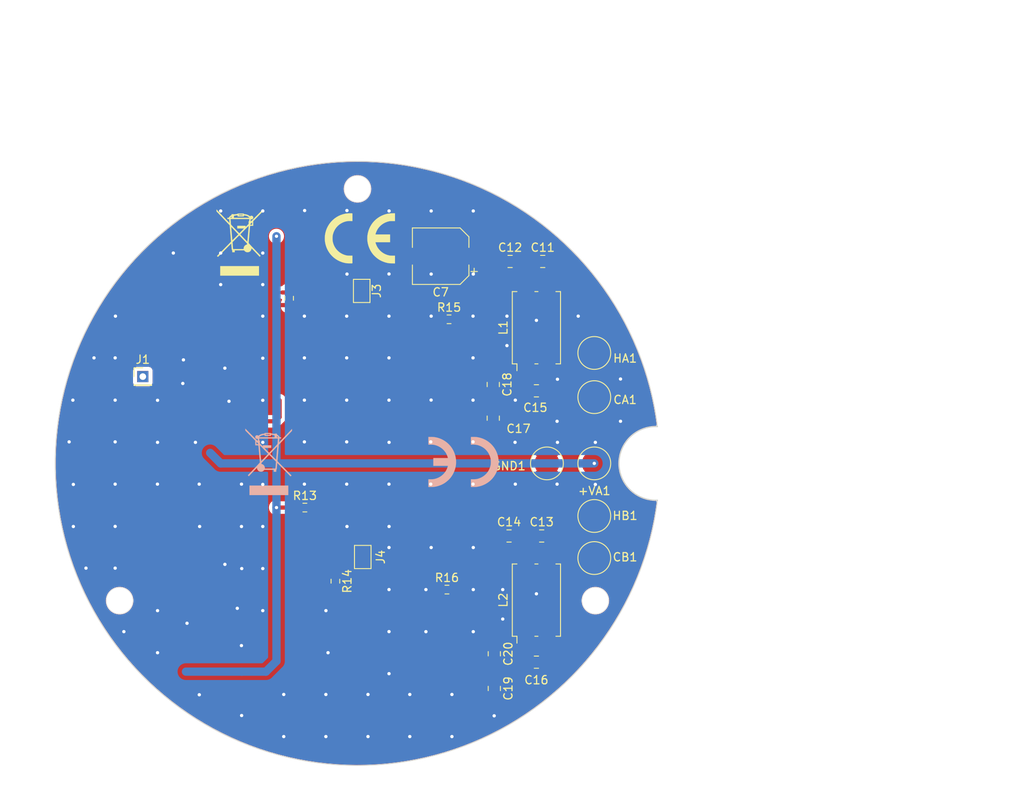
<source format=kicad_pcb>
(kicad_pcb (version 20221018) (generator pcbnew)

  (general
    (thickness 1.09)
  )

  (paper "A4")
  (layers
    (0 "F.Cu" signal)
    (31 "B.Cu" signal)
    (32 "B.Adhes" user "B.Adhesive")
    (33 "F.Adhes" user "F.Adhesive")
    (34 "B.Paste" user)
    (35 "F.Paste" user)
    (36 "B.SilkS" user "B.Silkscreen")
    (37 "F.SilkS" user "F.Silkscreen")
    (38 "B.Mask" user)
    (39 "F.Mask" user)
    (41 "Cmts.User" user "User.Comments")
    (42 "Eco1.User" user "User.Eco1")
    (43 "Eco2.User" user "User.Eco2")
    (44 "Edge.Cuts" user)
    (45 "Margin" user)
    (46 "B.CrtYd" user "B.Courtyard")
    (47 "F.CrtYd" user "F.Courtyard")
    (48 "B.Fab" user)
    (49 "F.Fab" user)
  )

  (setup
    (stackup
      (layer "F.SilkS" (type "Top Silk Screen"))
      (layer "F.Paste" (type "Top Solder Paste"))
      (layer "F.Mask" (type "Top Solder Mask") (thickness 0.01))
      (layer "F.Cu" (type "copper") (thickness 0.035))
      (layer "dielectric 1" (type "core") (thickness 1 locked) (material "FR4") (epsilon_r 4.5) (loss_tangent 0.02))
      (layer "B.Cu" (type "copper") (thickness 0.035))
      (layer "B.Mask" (type "Bottom Solder Mask") (thickness 0.01))
      (layer "B.Paste" (type "Bottom Solder Paste"))
      (layer "B.SilkS" (type "Bottom Silk Screen"))
      (copper_finish "None")
      (dielectric_constraints no)
    )
    (pad_to_mask_clearance 0.05)
    (grid_origin 156.20338 106.68)
    (pcbplotparams
      (layerselection 0x0000020_7ffffffe)
      (plot_on_all_layers_selection 0x0000020_00000000)
      (disableapertmacros false)
      (usegerberextensions false)
      (usegerberattributes true)
      (usegerberadvancedattributes true)
      (creategerberjobfile true)
      (dashed_line_dash_ratio 12.000000)
      (dashed_line_gap_ratio 3.000000)
      (svgprecision 6)
      (plotframeref false)
      (viasonmask false)
      (mode 1)
      (useauxorigin false)
      (hpglpennumber 1)
      (hpglpenspeed 20)
      (hpglpendiameter 15.000000)
      (dxfpolygonmode true)
      (dxfimperialunits false)
      (dxfusepcbnewfont true)
      (psnegative false)
      (psa4output false)
      (plotreference true)
      (plotvalue true)
      (plotinvisibletext false)
      (sketchpadsonfab false)
      (subtractmaskfromsilk false)
      (outputformat 3)
      (mirror false)
      (drillshape 0)
      (scaleselection 1)
      (outputdirectory "SILKSCREEN")
    )
  )

  (net 0 "")
  (net 1 "Net-(J1-Pin_1)")
  (net 2 "GNDPWR")
  (net 3 "VDD")
  (net 4 "Net-(C13-Pad2)")
  (net 5 "Net-(C16-Pad2)")
  (net 6 "Net-(C14-Pad1)")
  (net 7 "Net-(C16-Pad1)")
  (net 8 "Net-(Q11-G)")
  (net 9 "Net-(Q1-S)")
  (net 10 "Net-(C15-Pad1)")
  (net 11 "Net-(C12-Pad1)")
  (net 12 "Net-(J3-Pin_2)")
  (net 13 "Net-(J4-Pin_2)")
  (net 14 "Net-(Q11-D)")
  (net 15 "Net-(Q12-D)")
  (net 16 "Net-(C11-Pad2)")
  (net 17 "Net-(J3-Pin_1)")
  (net 18 "Net-(J4-Pin_1)")
  (net 19 "Net-(C15-Pad2)")
  (net 20 "Net-(C8-Pad1)")
  (net 21 "Net-(C10-Pad1)")

  (footprint "Tormy PAD:A_layer_PAD_Round_3mm" (layer "F.Cu") (at 184.785 118.11))

  (footprint "Jumper:SolderJumper-2_P1.3mm_Open_TrianglePad1.0x1.5mm" (layer "F.Cu") (at 156.718 85.852 -90))

  (footprint "Capacitor_SMD:C_0805_2012Metric" (layer "F.Cu") (at 172.593 97.155 -90))

  (footprint "Capacitor_SMD:C_0805_2012Metric" (layer "F.Cu") (at 178.435 115.443))

  (footprint "Capacitor_SMD:C_0805_2012Metric" (layer "F.Cu") (at 172.593 101.219 -90))

  (footprint "Tormy INDUCTORS & TRANSFORMERS:L_CommonMode_TDK_B82793C0_S0" (layer "F.Cu") (at 177.8 90.297 90))

  (footprint "Symbol:WEEE-Logo_5.6x8mm_SilkScreen" (layer "F.Cu") (at 142 80))

  (footprint "Capacitor_SMD:C_0805_2012Metric" (layer "F.Cu") (at 172.72 129.667 -90))

  (footprint "Jumper:SolderJumper-2_P1.3mm_Open_TrianglePad1.0x1.5mm" (layer "F.Cu") (at 156.845 117.983 -90))

  (footprint "Resistor_SMD:R_0603_1608Metric" (layer "F.Cu") (at 167.005 121.92))

  (footprint "Connector_PinHeader_2.00mm:PinHeader_1x01_P2.00mm_Vertical" (layer "F.Cu") (at 130.302 96.2))

  (footprint "Resistor_SMD:R_0603_1608Metric" (layer "F.Cu") (at 149.86 112.014))

  (footprint "Resistor_SMD:R_0603_1608Metric" (layer "F.Cu") (at 167.259 89.281))

  (footprint "Capacitor_SMD:C_0805_2012Metric" (layer "F.Cu") (at 174.625 82.296))

  (footprint "Tormy PAD:A_layer_PAD_Round_3mm" (layer "F.Cu") (at 184.785 93.345))

  (footprint "Capacitor_SMD:CP_Elec_6.3x7.7" (layer "F.Cu") (at 166.243 81.661 180))

  (footprint "Resistor_SMD:R_0603_1608Metric" (layer "F.Cu") (at 153.543 120.904 -90))

  (footprint "Tormy PAD:A_layer_PAD_Round_3mm" (layer "F.Cu") (at 184.785 106.68))

  (footprint "Capacitor_SMD:C_0805_2012Metric" (layer "F.Cu") (at 174.498 115.443))

  (footprint "Tormy PAD:A_layer_PAD_Round_3mm" (layer "F.Cu") (at 179.07 106.68))

  (footprint "Tormy PAD:A_layer_PAD_Round_3mm" (layer "F.Cu") (at 184.785 113.03))

  (footprint "Symbol:CE-Logo_8.5x6mm_SilkScreen" (layer "F.Cu") (at 156.5 79.5))

  (footprint "Tormy PAD:A_layer_PAD_Round_3mm" (layer "F.Cu") (at 184.785 98.679))

  (footprint "Capacitor_SMD:C_0805_2012Metric" (layer "F.Cu") (at 177.8 130.683))

  (footprint "Capacitor_SMD:C_0805_2012Metric" (layer "F.Cu") (at 177.8 97.917))

  (footprint "Capacitor_SMD:C_0805_2012Metric" (layer "F.Cu") (at 172.72 133.858 -90))

  (footprint "Tormy INDUCTORS & TRANSFORMERS:L_CommonMode_TDK_B82793C0_S0" (layer "F.Cu") (at 177.8 123.19 90))

  (footprint "Capacitor_SMD:C_0805_2012Metric" (layer "F.Cu") (at 178.562 82.296))

  (footprint "Resistor_SMD:R_0603_1608Metric" (layer "F.Cu") (at 147.955 86.741 -90))

  (footprint "Symbol:CE-Logo_8.5x6mm_SilkScreen" (layer "B.Cu") (at 169 106.5 180))

  (footprint "Symbol:WEEE-Logo_5.6x8mm_SilkScreen" (layer "B.Cu") (at 145.5 106.5 180))

  (gr_circle locked (center 127.503856 123.2535) (end 129.103856 123.2535)
    (stroke (width 0.05) (type solid)) (fill none) (layer "Edge.Cuts") (tstamp 00000000-0000-0000-0000-0000612e95cc))
  (gr_circle locked (center 184.916144 123.2535) (end 186.516144 123.2535)
    (stroke (width 0.05) (type solid)) (fill none) (layer "Edge.Cuts") (tstamp 00000000-0000-0000-0000-0000612e95ce))
  (gr_arc (start 192.405 111.125) (mid 187.765319 106.68) (end 192.405 102.235)
    (stroke (width 0.15) (type solid)) (layer "Edge.Cuts") (tstamp 00000000-0000-0000-0000-00006165cc46))
  (gr_arc locked (start 192.405 111.125) (mid 119.729894 106.68) (end 192.405 102.235)
    (stroke (width 0.1) (type solid)) (layer "Edge.Cuts") (tstamp 6cb596b4-fcd2-4ab2-882f-85c54cf49c6f))
  (gr_circle locked (center 156.21 73.533) (end 157.81 73.533)
    (stroke (width 0.05) (type solid)) (fill none) (layer "Edge.Cuts") (tstamp f67bbef3-6f59-49ba-8890-d1f9dc9f9ad6))
  (gr_line (start 156.2065 66.96075) (end 156.2065 146.90725)
    (stroke (width 0.05) (type solid)) (layer "F.CrtYd") (tstamp 082aed28-f9e8-49e7-96ee-b5aa9f0319c7))
  (gr_line (start 198.12 106.68) (end 113.0935 106.68)
    (stroke (width 0.05) (type solid)) (layer "F.CrtYd") (tstamp 10b20c6b-8045-46d1-a965-0d7dd9a1b5fa))
  (gr_circle (center 156.2065 106.553) (end 194.7065 106.553)
    (stroke (width 0.05) (type solid)) (fill none) (layer "F.CrtYd") (tstamp fe6d9604-2924-4f38-950b-a31e8a281973))
  (dimension (type aligned) (layer "Dwgs.User") (tstamp b8c8c7a1-d546-4878-9de9-463ec76dff98)
    (pts (xy 177.8 109.22) (xy 177.8 50.8))
    (height 0)
    (gr_text "58.4200 mm" (at 176.65 80.01 90) (layer "Dwgs.User") (tstamp b8c8c7a1-d546-4878-9de9-463ec76dff98)
      (effects (font (size 1 1) (thickness 0.15)))
    )
    (format (prefix "") (suffix "") (units 2) (units_format 1) (precision 4))
    (style (thickness 0.15) (arrow_length 1.27) (text_position_mode 0) (extension_height 0.58642) (extension_offset 0) keep_text_aligned)
  )
  (dimension (type aligned) (layer "Dwgs.User") (tstamp bf6104a1-a529-4c00-b4ae-92001543f7ec)
    (pts (xy 178.562 106.172) (xy 177.8 109.22))
    (height -0.184811)
    (gr_text "3.1418 mm" (at 177.244629 107.461907 75.96375653) (layer "Dwgs.User") (tstamp bf6104a1-a529-4c00-b4ae-92001543f7ec)
      (effects (font (size 1 1) (thickness 0.15)))
    )
    (format (prefix "") (suffix "") (units 2) (units_format 1) (precision 4))
    (style (thickness 0.15) (arrow_length 1.27) (text_position_mode 0) (extension_height 0.58642) (extension_offset 0) keep_text_aligned)
  )
  (dimension (type aligned) (layer "Dwgs.User") (tstamp f503ea07-bcf1-4924-930a-6f7e9cd312f8)
    (pts (xy 234.95 56.896) (xy 231.14 50.8))
    (height -2.153914)
    (gr_text "7.1887 mm" (at 232.193683 54.380073 -57.99461679) (layer "Dwgs.User") (tstamp f503ea07-bcf1-4924-930a-6f7e9cd312f8)
      (effects (font (size 1 1) (thickness 0.15)))
    )
    (format (prefix "") (suffix "") (units 2) (units_format 1) (precision 4))
    (style (thickness 0.15) (arrow_length 1.27) (text_position_mode 0) (extension_height 0.58642) (extension_offset 0) keep_text_aligned)
  )
  (dimension (type orthogonal) (layer "Eco1.User") (tstamp a2594e79-98fe-4bc3-bc26-ef148c8467f8)
    (pts (xy 156.4 143.2) (xy 156 70.2))
    (height 56.4)
    (orientation 1)
    (gr_text "73.0000 mm" (at 211.65 106.7 90) (layer "Eco1.User") (tstamp a2594e79-98fe-4bc3-bc26-ef148c8467f8)
      (effects (font (size 1 1) (thickness 0.15)))
    )
    (format (prefix "") (suffix "") (units 3) (units_format 1) (precision 4))
    (style (thickness 0.1) (arrow_length 1.27) (text_position_mode 0) (extension_height 0.58642) (extension_offset 0.5) keep_text_aligned)
  )

  (via (at 154.94 114.3) (size 0.8) (drill 0.4) (layers "F.Cu" "B.Cu") (free) (net 2) (tstamp 01effde0-00be-4c57-811e-1052eb919ac1))
  (via (at 149.801822 93.93948) (size 0.8) (drill 0.4) (layers "F.Cu" "B.Cu") (free) (net 2) (tstamp 04c7e5fc-46f7-4ba1-9d88-f7f775d52712))
  (via (at 177.8 89.408) (size 0.8) (drill 0.4) (layers "F.Cu" "B.Cu") (free) (net 2) (tstamp 04e06b62-940a-4604-9b15-7ccb7f6b969f))
  (via (at 170.18 116.84) (size 0.8) (drill 0.4) (layers "F.Cu" "B.Cu") (free) (net 2) (tstamp 05ac061c-dce0-49ba-8147-10ed1b5ab88e))
  (via (at 135.128 97.028) (size 0.8) (drill 0.4) (layers "F.Cu" "B.Cu") (free) (net 2) (tstamp 073115fe-ae8c-4b49-8f88-ac6b1f235e02))
  (via (at 175.254387 109.185502) (size 0.8) (drill 0.4) (layers "F.Cu" "B.Cu") (free) (net 2) (tstamp 09b1d05c-45db-4f82-846a-0822a62adc17))
  (via (at 160.008364 93.93948) (size 0.8) (drill 0.4) (layers "F.Cu" "B.Cu") (free) (net 2) (tstamp 0c947297-a17f-482d-84d1-f29958328785))
  (via (at 126.964683 93.93948) (size 0.8) (drill 0.4) (layers "F.Cu" "B.Cu") (free) (net 2) (tstamp 0ce6d2d5-61bb-40fd-b9a3-c060b1a7ec1c))
  (via (at 154.905093 109.185502) (size 0.8) (drill 0.4) (layers "F.Cu" "B.Cu") (free) (net 2) (tstamp 0d832aae-0c4b-4080-b4c7-0d7329702b4f))
  (via (at 154.94 83.82) (size 0.8) (drill 0.4) (layers "F.Cu" "B.Cu") (free) (net 2) (tstamp 131989d7-a1db-4ed4-9574-01d0a4ea200c))
  (via (at 160.013609 121.916165) (size 0.8) (drill 0.4) (layers "F.Cu" "B.Cu") (free) (net 2) (tstamp 13ae299c-3501-4440-9cc6-7baa55c586f9))
  (via (at 160.02 114.3) (size 0.8) (drill 0.4) (layers "F.Cu" "B.Cu") (free) (net 2) (tstamp 14d6d401-a404-4c2f-a8da-d54e532483d5))
  (via (at 187.948774 101.594387) (size 0.8) (drill 0.4) (layers "F.Cu" "B.Cu") (free) (net 2) (tstamp 169801a8-56be-4d29-873d-5df0dfebf55b))
  (via (at 121.861412 99.042751) (size 0.8) (drill 0.4) (layers "F.Cu" "B.Cu") (free) (net 2) (tstamp 17b7693d-45df-4be3-952d-ad496598d5eb))
  (via (at 157.476518 134.582026) (size 0.8) (drill 0.4) (layers "F.Cu" "B.Cu") (free) (net 2) (tstamp 1858649d-3564-4306-b3ba-62004bdfdb9c))
  (via (at 144.78 114.3) (size 0.8) (drill 0.4) (layers "F.Cu" "B.Cu") (free) (net 2) (tstamp 185e829f-2552-4105-840f-92799e71a280))
  (via (at 170.151115 104.082231) (size 0.8) (drill 0.4) (layers "F.Cu" "B.Cu") (free) (net 2) (tstamp 1ad2aac7-a1f7-46fc-b12f-e8165811606d))
  (via (at 140.70338 99.18) (size 0.8) (drill 0.4) (layers "F.Cu" "B.Cu") (free) (net 2) (tstamp 1d5fcf83-ec97-4e41-8dd8-7b85134f061c))
  (via (at 142.208249 114.3) (size 0.8) (drill 0.4) (layers "F.Cu" "B.Cu") (free) (net 2) (tstamp 1e7dd25a-51dc-45de-b620-de765813df30))
  (via (at 167.603766 134.582026) (size 0.8) (drill 0.4) (layers "F.Cu" "B.Cu") (free) (net 2) (tstamp 211b4df6-519a-435d-8104-c6c6f55b5317))
  (via (at 165.1 83.82) (size 0.8) (drill 0.4) (layers "F.Cu" "B.Cu") (free) (net 2) (tstamp 21e8feb0-1628-4caf-bb36-e985889fdc12))
  (via (at 126.964683 104.082231) (size 0.8) (drill 0.4) (layers "F.Cu" "B.Cu") (free) (net 2) (tstamp 249a1a0b-52d8-48f3-9059-65666187508e))
  (via (at 160.013609 132.071052) (size 0.8) (drill 0.4) (layers "F.Cu" "B.Cu") (free) (net 2) (tstamp 29b95dfc-2a47-4ebc-9445-6b455387f883))
  (via (at 180.34 104.14) (size 0.8) (drill 0.4) (layers "F.Cu" "B.Cu") (free) (net 2) (tstamp 2c43ab6d-c70d-421b-b0f5-2c1a081da746))
  (via (at 165.092832 99.032217) (size 0.8) (drill 0.4) (layers "F.Cu" "B.Cu") (free) (net 2) (tstamp 2c7388cd-06d0-498f-a68d-2883789d3783))
  (via (at 127 88.9) (size 0.8) (drill 0.4) (layers "F.Cu" "B.Cu") (free) (net 2) (tstamp 2ee0517f-5409-4171-a3f0-2454f6a1e2a0))
  (via (at 137.117544 134.616895) (size 0.8) (drill 0.4) (layers "F.Cu" "B.Cu") (free) (net 2) (tstamp 2fc708ed-e882-4d51-bade-fd50737c410b))
  (via (at 170.151115 99.042751) (size 0.8) (drill 0.4) (layers "F.Cu" "B.Cu") (free) (net 2) (tstamp 330b4c82-0cac-4a77-9a92-c018cc180d57))
  (via (at 139.7 85.09) (size 0.8) (drill 0.4) (layers "F.Cu" "B.Cu") (free) (net 2) (tstamp 3632fdce-08c8-42e5-b9d6-4604f78cc098))
  (via (at 147.309554 139.665507) (size 0.8) (drill 0.4) (layers "F.Cu" "B.Cu") (free) (net 2) (tstamp 375bea20-9711-4b1e-98af-33d52b1587dc))
  (via (at 170.18 121.92) (size 0.8) (drill 0.4) (layers "F.Cu" "B.Cu") (free) (net 2) (tstamp 37c777d2-af91-47f6-a159-52e5ceef6991))
  (via (at 177.8 122.428) (size 0.8) (drill 0.4) (layers "F.Cu" "B.Cu") (free) (net 2) (tstamp 381c8ff2-81b6-493f-8f67-920716d2cbe9))
  (via (at 147.309554 134.582026) (size 0.8) (drill 0.4) (layers "F.Cu" "B.Cu") (free) (net 2) (tstamp 3ad95c35-fbeb-4861-8a1a-20d85cefaf0b))
  (via (at 128.016 126.996518) (size 0.8) (drill 0.4) (layers "F.Cu" "B.Cu") (free) (net 2) (tstamp 3aeeef87-5aa5-4a90-9e30-f052002e28c4))
  (via (at 149.801822 109.185502) (size 0.8) (drill 0.4) (layers "F.Cu" "B.Cu") (free) (net 2) (tstamp 3ba1c0d2-efdf-4bd3-9c96-98d94bdd18d0))
  (via (at 160.013609 126.993609) (size 0.8) (drill 0.4) (layers "F.Cu" "B.Cu") (free) (net 2) (tstamp 3dec31cb-5c38-404e-ac32-445fbb97b0ec))
  (via (at 160.008364 99.042751) (size 0.8) (drill 0.4) (layers "F.Cu" "B.Cu") (free) (net 2) (tstamp 3f840ba8-88b8-4fc1-9c5c-292bbf94852b))
  (via (at 124.413047 93.93948) (size 0.8) (drill 0.4) (layers "F.Cu" "B.Cu") (free) (net 2) (tstamp 408ac733-2b8d-46b8-8fa4-ed51aa127340))
  (via (at 174.244 92.456) (size 0.8) (drill 0.4) (layers "F.Cu" "B.Cu") (free) (net 2) (tstamp 427272ad-4317-44f2-99af-9df8eb1f8c9c))
  (via (at 142.20338 128.68) (size 0.8) (drill 0.4) (layers "F.Cu" "B.Cu") (free) (net 2) (tstamp 457008b2-ca58-41eb-aecf-a483eaf71390))
  (via (at 152.654 129.54) (size 0.8) (drill 0.4) (layers "F.Cu" "B.Cu") (free) (net 2) (tstamp 49fa0954-cacc-439c-be2f-4ef700818bf4))
  (via (at 126.964683 119.328254) (size 0.8) (drill 0.4) (layers "F.Cu" "B.Cu") (free) (net 2) (tstamp 4c0c0dcc-c889-4880-99d8-4d58a3ece75d))
  (via (at 144.78 76.2) (size 0.8) (drill 0.4) (layers "F.Cu" "B.Cu") (free) (net 2) (tstamp 4cbbe3f1-88b5-4cc6-82cb-6fb8d843e93e))
  (via (at 174.244 88.9) (size 0.8) (drill 0.4) (layers "F.Cu" "B.Cu") (free) (net 2) (tstamp 4fa984c0-633e-4d76-9754-e1e68030fd70))
  (via (at 165.047844 104.082231) (size 0.8) (drill 0.4) (layers "F.Cu" "B.Cu") (free) (net 2) (tstamp 4ffbfd93-e0a5-442f-a7ea-86b309f8b74b))
  (via (at 173.736 125.476) (size 0.8) (drill 0.4) (layers "F.Cu" "B.Cu") (free) (net 2) (tstamp 50ff17d0-5012-4e9d-a734-0733c53057ca))
  (via (at 149.801822 99.042751) (size 0.8) (drill 0.4) (layers "F.Cu" "B.Cu") (free) (net 2) (tstamp 52fa014c-a847-46d1-b1de-2ab3a2991c54))
  (via (at 121.92 109.22) (size 0.8) (drill 0.4) (layers "F.Cu" "B.Cu") (free) (net 2) (tstamp 561105c0-e3df-4b9a-b9e7-5f00e10ab031))
  (via (at 132.067954 109.185502) (size 0.8) (drill 0.4) (layers "F.Cu" "B.Cu") (free) (net 2) (tstamp 56146ab9-9624-4991-9a7b-52783dea2c8e))
  (via (at 167.603766 139.665507) (size 0.8) (drill 0.4) (layers "F.Cu" "B.Cu") (free) (net 2) (tstamp 56a78a08-d7b5-4126-adf5-a76832b0c236))
  (via (at 157.476518 139.665507) (size 0.8) (drill 0.4) (layers "F.Cu" "B.Cu") (free) (net 2) (tstamp 57ec59f3-b99a-4c95-983c-8cc00d7b030c))
  (via (at 160.008364 109.185502) (size 0.8) (drill 0.4) (layers "F.Cu" "B.Cu") (free) (net 2) (tstamp 591bc3a2-988b-42c8-83c7-3b75a093f977))
  (via (at 175.254387 99.042751) (size 0.8) (drill 0.4) (layers "F.Cu" "B.Cu") (free) (net 2) (tstamp 5aef1aa9-aeac-45f2-beeb-5e934d8e01e9))
  (via (at 126.964683 99.042751) (size 0.8) (drill 0.4) (layers "F.Cu" "B.Cu") (free) (net 2) (tstamp 5d329c3a-55d3-474a-bcb9-07068f09d82f))
  (via (at 164.465 127) (size 0.8) (drill 0.4) (layers "F.Cu" "B.Cu") (free) (net 2) (tstamp 5ea273c6-bb1d-42f9-b973-15278df457e6))
  (via (at 180.34 96.52) (size 0.8) (drill 0.4) (layers "F.Cu" "B.Cu") (free) (net 2) (tstamp 5ff92a47-2e7c-4cbc-b1b1-8fd03541b882))
  (via (at 144.78 85.09) (size 0.8) (drill 0.4) (layers "F.Cu" "B.Cu") (free) (net 2) (tstamp 61f1f7d0-6f78-4d40-b60a-92e06b5f5cc0))
  (via (at 132.08 99.06) (size 0.8) (drill 0.4) (layers "F.Cu" "B.Cu") (free) (net 2) (tstamp 664ae858-99e4-43f3-999a-4f844143475e))
  (via (at 187.948774 96.491115) (size 0.8) (drill 0.4) (layers "F.Cu" "B.Cu") (free) (net 2) (tstamp 67d5fe9c-c557-4a74-9d72-fa7154d0aa49))
  (via (at 152.4 124.46) (size 0.8) (drill 0.4) (layers "F.Cu" "B.Cu") (free) (net 2) (tstamp 67f0fb9a-0f63-43d9-89e2-b6a97dc8e6af))
  (via (at 140.208 118.872) (size 0.8) (drill 0.4) (layers "F.Cu" "B.Cu") (free) (net 2) (tstamp 6889cce7-7b17-470f-b76d-986ce6db4658))
  (via (at 170.151115 109.185502) (size 0.8) (drill 0.4) (layers "F.Cu" "B.Cu") (free) (net 2) (tstamp 75361fe3-0521-430d-a8f3-de396594940b))
  (via (at 133.985 81.28) (size 0.8) (drill 0.4) (layers "F.Cu" "B.Cu") (free) (net 2) (tstamp 7f64b242-0b48-4176-a29a-55846fc4f11f))
  (via (at 132.08 124.46) (size 0.8) (drill 0.4) (layers "F.Cu" "B.Cu") (free) (net 2) (tstamp 82916c6f-d03a-434a-9a9d-482533ae132e))
  (via (at 144.78 81.28) (size 0.8) (drill 0.4) (layers "F.Cu" "B.Cu") (free) (net 2) (tstamp 88cea2e8-47d6-49e6-a06a-f2c014217a99))
  (via (at 164.465 121.92) (size 0.8) (drill 0.4) (layers "F.Cu" "B.Cu") (free) (net 2) (tstamp 912b8683-efc3-494d-a276-8c3110cc9280))
  (via (at 140.20338 95.18) (size 0.8) (drill 0.4) (layers "F.Cu" "B.Cu") (free) (net 2) (tstamp 9141b796-eca6-44ef-b7ee-75b056b24602))
  (via (at 170.18 127) (size 0.8) (drill 0.4) (layers "F.Cu" "B.Cu") (free) (net 2) (tstamp 92c8e2f7-94f1-477b-8cc0-ca645942763c))
  (via (at 160.02 76.2) (size 0.8) (drill 0.4) (layers "F.Cu" "B.Cu") (free) (net 2) (tstamp 93e67e65-f4b3-425f-80b2-bf2d393b29cb))
  (via (at 142.226073 137.123766) (size 0.8) (drill 0.4) (layers "F.Cu" "B.Cu") (free) (net 2) (tstamp 9ec52ff1-6252-4ccd-956d-b6b4bff7a2aa))
  (via (at 137.16 114.3) (size 0.8) (drill 0.4) (layers "F.Cu" "B.Cu") (free) (net 2) (tstamp a133212b-4ede-4fe9-89c1-db6ffbb2f2e4))
  (via (at 126.964683 114.288774) (size 0.8) (drill 0.4) (layers "F.Cu" "B.Cu") (free) (net 2) (tstamp a175f709-9de2-4c00-a5b4-658d8b0fafb0))
  (via (at 137.107434 109.185502) (size 0.8) (drill 0.4) (layers "F.Cu" "B.Cu") (free) (net 2) (tstamp a372327e-358e-42e2-997f-4bf3ad31741a))
  (via (at 165.1 116.84) (size 0.8) (drill 0.4) (layers "F.Cu" "B.Cu") (free) (net 2) (tstamp aaf61d0d-4428-47d8-b5fe-a7e322dbe7e3))
  (via (at 149.801822 88.899999) (size 0.8) (drill 0.4) (layers "F.Cu" "B.Cu") (free) (net 2) (tstamp ab9c68be-8350-49f5-9856-c10a33cdc81d))
  (via (at 180.293867 101.594387) (size 0.8) (drill 0.4) (layers "F.Cu" "B.Cu") (free) (net 2) (tstamp ad1c678e-485c-4ab2-853d-083b07034a5e))
  (via (at 152.393036 134.582026) (size 0.8) (drill 0.4) (layers "F.Cu" "B.Cu") (free) (net 2) (tstamp b1fe75b4-9a54-4542-82c2-470596f16bdd))
  (via (at 160.02 104.14) (size 0.8) (drill 0.4) (layers "F.Cu" "B.Cu") (free) (net 2) (tstamp b88c2fb8-bcd6-45a2-bf86-034bd33e6bc4))
  (via (at 165.047844 109.185502) (size 0.8) (drill 0.4) (layers "F.Cu" "B.Cu") (free) (net 2) (tstamp b8bf24f7-2764-4268-8061-37deade464fa))
  (via (at 141.70338 124.18) (size 0.8) (drill 0.4) (layers "F.Cu" "B.Cu") (free) (net 2) (tstamp b9f800da-2eef-41fc-a9cc-5d84aeeb9a02))
  (via (at 121.92 114.3) (size 0.8) (drill 0.4) (layers "F.Cu" "B.Cu") (free) (net 2) (tstamp ba596d90-c71b-4f65-8dc0-dce3e1395449))
  (via (at 121.412 104.082231) (size 0.8) (drill 0.4) (layers "F.Cu" "B.Cu") (free) (net 2) (tstamp bad79de2-04cb-4cc5-bf30-9961b7b634e8))
  (via (at 149.831115 76.147844) (size 0.8) (drill 0.4) (layers "F.Cu" "B.Cu") (free) (net 2) (tstamp bbc76065-fe09-41b3-a12a-9ca9a984f826))
  (via (at 144.78 88.9) (size 0.8) (drill 0.4) (layers "F.Cu" "B.Cu") (free) (net 2) (tstamp bc132226-2fe2-4c28-9c67-482abb7babf7))
  (via (at 149.801822 104.082231) (size 0.8) (drill 0.4) (layers "F.Cu" "B.Cu") (free) (net 2) (tstamp bd15f26b-59fe-4247-9fe3-54103e8ff1c8))
  (via (at 132.08 104.14) (size 0.8) (drill 0.4) (layers "F.Cu" "B.Cu") (free) (net 2) (tstamp bd824a2e-3bde-4608-9e14-b8d622dea8e8))
  (via (at 170.151115 93.93948) (size 0.8) (drill 0.4) (layers "F.Cu" "B.Cu") (free) (net 2) (tstamp bdf95302-4632-4208-9204-2744bdb8e6d2))
  (via (at 172.704385 137.159999) (size 0.8) (drill 0.4) (layers "F.Cu" "B.Cu") (free) (net 2) (tstamp bf31af8d-bc5a-4285-b8eb-fa758d4cbfd5))
  (via (at 144.78 124.46) (size 0.8) (drill 0.4) (layers "F.Cu" "B.Cu") (free) (net 2) (tstamp c12bcfd0-f22b-44ee-806d-1ce457b0912f))
  (via (at 139.7 81.28) (size 0.8) (drill 0.4) (layers "F.Cu" "B.Cu") (free) (net 2) (tstamp c13b42ad-d18e-4150-83b4-ce6294a41c55))
  (via (at 126.964683 109.185502) (size 0.8) (drill 0.4) (layers "F.Cu" "B.Cu") (free) (net 2) (tstamp c5241f62-710e-42ce-97a9-97a4d5f2f1fe))
  (via (at 142.210706 109.185502) (size 0.8) (drill 0.4) (layers "F.Cu" "B.Cu") (free) (net 2) (tstamp c54e34f0-762d-4672-b240-33d0f144171f))
  (via (at 165.1 88.9) (size 0.8) (drill 0.4) (layers "F.Cu" "B.Cu") (free) (net 2) (tstamp c9c17c4e-4fbc-46f6-b3c8-03e8d0edb5a1))
  (via (at 142.24 119.38) (size 0.8) (drill 0.4) (layers "F.Cu" "B.Cu") (free) (net 2) (tstamp cb009da4-648f-43fe-9e7c-121350173aa3))
  (via (at 184.912 104.14) (size 0.8) (drill 0.4) (layers "F.Cu" "B.Cu") (free) (net 2) (tstamp cb95c5d8-ccc9-4626-9bdb-7bec85540b50))
  (via (at 144.78 119.38) (size 0.8) (drill 0.4) (layers "F.Cu" "B.Cu") (free) (net 2) (tstamp cc7706d2-d0f2-4471-bfc3-c2269134e19b))
  (via (at 154.905093 104.082231) (size 0.8) (drill 0.4) (layers "F.Cu" "B.Cu") (free) (net 2) (tstamp ccea2f41-fe08-4755-8da7-55279082a792))
  (via (at 139.7 76.2) (size 0.8) (drill 0.4) (layers "F.Cu" "B.Cu") (free) (net 2) (tstamp d18b702c-e1ca-420a-865d-d876a73c7f94))
  (via (at 123.444 119.328254) (size 0.8) (drill 0.4) (layers "F.Cu" "B.Cu") (free) (net 2) (tstamp d301adf1-7f1b-4ece-8d95-d1355004fba8))
  (via (at 144.78 99.06) (size 0.8) (drill 0.4) (layers "F.Cu" "B.Cu") (free) (net 2) (tstamp d74fd4e6-dda5-4b0a-9281-50912d229d8f))
  (via (at 144.78 109.22) (size 0.8) (drill 0.4) (layers "F.Cu" "B.Cu") (free) (net 2) (tstamp d81a062e-405f-42f1-bde6-88159f2d5c28))
  (via (at 162.520285 139.665507) (size 0.8) (drill 0.4) (layers "F.Cu" "B.Cu") (free) (net 2) (tstamp d84d869e-f24d-48c6-b24a-9e56c93c0763))
  (via (at 184.912 109.22) (size 0.8) (drill 0.4) (layers "F.Cu" "B.Cu") (free) (net 2) (tstamp d8d812a1-07fa-4484-948f-88662b3ac1ff))
  (via (at 144.78 104.14) (size 0.8) (drill 0.4) (layers "F.Cu" "B.Cu") (free) (net 2) (tstamp daf5c8b5-d9f3-44d9-8ac7-58c33f5d19f1))
  (via (at 162.520285 134.582026) (size 0.8) (drill 0.4) (layers "F.Cu" "B.Cu") (free) (net 2) (tstamp db20af21-3648-4417-bf32-46907fc642ca))
  (via (at 154.905093 99.042751) (size 0.8) (drill 0.4) (layers "F.Cu" "B.Cu") (free) (net 2) (tstamp de268494-d8df-4048-8e82-8343b42749bc))
  (via (at 152.393036 139.665507) (size 0.8) (drill 0.4) (layers "F.Cu" "B.Cu") (free) (net 2) (tstamp e06515f3-a50b-4e29-bbd7-24ca00252b0a))
  (via (at 180.293867 109.185502) (size 0.8) (drill 0.4) (layers "F.Cu" "B.Cu") (free) (net 2) (tstamp e0ef447d-a05c-451a-bf20-db2555596f9c))
  (via (at 136.652 104.14) (size 0.8) (drill 0.4) (layers "F.Cu" "B.Cu") (free) (net 2) (tstamp e411400f-f937-4acb-90e3-db8997a8ecfe))
  (via (at 170.18 83.82) (size 0.8) (drill 0.4) (layers "F.Cu" "B.Cu") (free) (net 2) (tstamp e9875ca2-39e1-41f9-8a00-cf40d39b21de))
  (via (at 135.636 125.984) (size 0.8) (drill 0.4) (layers "F.Cu" "B.Cu") (free) (net 2) (tstamp e9ba1dd8-4d05-431e-add2-9afb8a4ae700))
  (via (at 165.1 76.2) (size 0.8) (drill 0.4) (layers "F.Cu" "B.Cu") (free) (net 2) (tstamp e9e3ce6c-17f7-4fee-b4ca-218fac63a4dd))
  (via (at 154.905093 93.93948) (size 0.8) (drill 0.4) (layers "F.Cu" "B.Cu") (free) (net 2) (tstamp ea6a921b-f109-47e3-ab20-92ff34421dde))
  (via (at 135.20338 94.18) (size 0.8) (drill 0.4) (layers "F.Cu" "B.Cu") (free) (net 2) (tstamp ec8517ce-51bd-48bb-8198-1a79d16626a5))
  (via (at 170.18 76.2) (size 0.8) (drill 0.4) (layers "F.Cu" "B.Cu") (free) (net 2) (tstamp ed86c819-c991-42c9-ab00-82cd38d6c673))
  (via (at 154.934387 76.147844) (size 0.8) (drill 0.4) (layers "F.Cu" "B.Cu") (free) (net 2) (tstamp ede34512-5b87-4679-b58d-0ec885d72617))
  (via (at 173.736 121.92) (size 0.8) (drill 0.4) (layers "F.Cu" "B.Cu") (free) (net 2) (tstamp edf67a40-8734-4da2-9143-52cdb6a05d63))
  (via (at 160.008364 88.899999) (size 0.8) (drill 0.4) (layers "F.Cu" "B.Cu") (free) (net 2) (tstamp eed9db53-c20d-4b9b-92ba-876298ce89b3))
  (via (at 160.011327 83.807708) (size 0.8) (drill 0.4) (layers "F.Cu" "B.Cu") (free) (net 2) (tstamp f17aea61-94f2-4677-bf9d-5d9ff694768c))
  (via (at 175.222026 104.136273) (size 0.8) (drill 0.4) (layers "F.Cu" "B.Cu") (free) (net 2) (tstamp f1ece10d-1b17-4cd3-89ab-1710f2ec1fc7))
  (via (at 160.013609 116.838721) (size 0.8) (drill 0.4) (layers "F.Cu" "B.Cu") (free) (net 2) (tstamp f73f4f13-4c0f-48d9-8ff0-c6483a249a40))
  (via (at 182.845502 88.899999) (size 0.8) (drill 0.4) (layers "F.Cu" "B.Cu") (free) (net 2) (tstamp fa855eaa-d849-4441-9830-74282266c5ca))
  (via (at 154.905093 88.899999) (size 0.8) (drill 0.4) (layers "F.Cu" "B.Cu") (free) (net 2) (tstamp fdaa8687-a08d-4c51-b158-d6cb9b546728))
  (via (at 132.08 129.54) (size 0.8) (drill 0.4) (layers "F.Cu" "B.Cu") (free) (net 2) (tstamp fdc7a4e4-172e-491b-b3c1-84a2eb962521))
  (via (at 144.78 93.98) (size 0.8) (drill 0.4) (layers "F.Cu" "B.Cu") (free) (net 2) (tstamp ff91ede5-11cd-4f24-a9f8-87af3a7d6e5c))
  (via (at 170.151115 88.899999) (size 0.8) (drill 0.4) (layers "F.Cu" "B.Cu") (free) (net 2) (tstamp fff19411-e711-4d7a-b087-47ee0969128e))
  (segment (start 149.035 112.014) (end 146.431 112.014) (width 0.5) (layer "F.Cu") (net 3) (tstamp 442a48c3-46a0-4afd-8492-4ee22b4bb372))
  (via (at 146.431 112.014) (size 0.8) (drill 0.4) (layers "F.Cu" "B.Cu") (net 3) (tstamp 18a306ad-9833-4ccb-9123-8e8ba24b5b53))
  (via (at 184.785 106.68) (size 0.8) (drill 0.4) (layers "F.Cu" "B.Cu") (net 3) (tstamp 61ff04ef-2348-489d-87c1-2c9fe9b4ba3e))
  (via (at 146.431 79.248) (size 0.8) (drill 0.4) (layers "F.Cu" "B.Cu") (net 3) (tstamp 971993ce-81dc-43fe-b717-6bb7537adacf))
  (segment (start 135.509 131.826) (end 142.24 131.826) (width 1) (layer "B.Cu") (net 3) (tstamp 09fec7c7-233b-4fa0-b01a-710330321a73))
  (segment (start 146.431 106.553) (end 146.431 112.014) (width 1) (layer "B.Cu") (net 3) (tstamp 3793f798-981b-48e4-a4ee-88cd6b9f0f6b))
  (segment (start 146.431 130.556) (end 145.161 131.826) (width 1) (layer "B.Cu") (net 3) (tstamp 673da293-e6e5-42b8-bee9-65dee7a77341))
  (segment (start 146.431 106.553) (end 146.558 106.68) (width 0.25) (layer "B.Cu") (net 3) (tstamp a1adcb6c-db44-4b49-93cb-68ae942fb387))
  (segment (start 146.558 106.68) (end 184.785 106.68) (width 1) (layer "B.Cu") (net 3) (tstamp a845d787-9d6e-40a3-9a6d-2128bd41e873))
  (segment (start 146.558 106.68) (end 139.7 106.68) (width 1) (layer "B.Cu") (net 3) (tstamp b6d60bcc-09fc-4804-89ce-d72e170d9ce4))
  (segment (start 146.431 79.248) (end 146.431 106.553) (width 1) (layer "B.Cu") (net 3) (tstamp c500521a-2e25-409e-9141-1e4840f59638))
  (segment (start 146.431 112.014) (end 146.431 130.556) (width 1) (layer "B.Cu") (net 3) (tstamp e5f01fd5-d07e-4f17-bb11-d1cd1412c5e2))
  (segment (start 145.161 131.826) (end 142.24 131.826) (width 1) (layer "B.Cu") (net 3) (tstamp f5f7bedf-ebcd-4716-963c-b16f793a7cb3))
  (segment (start 139.7 106.68) (end 138.43 105.41) (width 1) (layer "B.Cu") (net 3) (tstamp f970cbed-2b58-439b-912a-ad46ad8ebea8))
  (segment (start 179.07 117.221) (end 179.07 119.634) (width 0.5) (layer "F.Cu") (net 4) (tstamp 274a6b7a-d909-474a-822b-b02d18bdc254))
  (segment (start 179.324 113.284) (end 179.324 115.443) (width 0.5) (layer "F.Cu") (net 4) (tstamp 2b38f935-d567-4d87-81e7-f2c38b013f0f))
  (segment (start 178.181 112.141) (end 179.324 113.284) (width 0.5) (layer "F.Cu") (net 4) (tstamp 410812af-2420-4da0-bd68-ae0f5b00a47f))
  (segment (start 179.385 116.906) (end 179.07 117.221) (width 0.5) (layer "F.Cu") (net 4) (tstamp 5322b014-503e-479b-92f3-c104137eb4a7))
  (segment (start 179.385 115.443) (end 179.385 116.906) (width 0.5) (layer "F.Cu") (net 4) (tstamp bdf4c90f-e9e3-4c17-b8e7-f521e08d453c))
  (segment (start 179.05 126.94) (end 179.05 124.80927) (width 0.5) (layer "F.Cu") (net 5) (tstamp 87f910dc-7a65-411e-ab82-ed8dd25758bd))
  (segment (start 172.72 134.808) (end 176.215 134.808) (width 0.5) (layer "F.Cu") (net 5) (tstamp 8c9c7577-9bfb-4875-b7fa-22140af2a7ec))
  (segment (start 179.05 124.80927) (end 184.658 119.20127) (width 0.5) (layer "F.Cu") (net 5) (tstamp 9bc97c83-e672-4907-81fc-1f95c24ed765))
  (segment (start 176.215 134.808) (end 178.816 132.207) (width 0.5) (layer "F.Cu") (net 5) (tstamp b90b0d3d-1a47-4a43-8c79-a20c3ff9ddfc))
  (segment (start 178.816 132.207) (end 178.816 130.429) (width 0.5) (layer "F.Cu") (net 5) (tstamp e03e67d6-96e2-4311-a0fa-3770a2e1f36e))
  (segment (start 178.75 130.683) (end 178.75 127.193) (width 0.5) (layer "F.Cu") (net 5) (tstamp f06c61ab-3433-44ea-bc94-8cde84a56866))
  (segment (start 169.164 119.38) (end 173.355 119.38) (width 0.5) (layer "F.Cu") (net 6) (tstamp 2527f746-9375-4a31-9d56-edb1d5f7c5cf))
  (segment (start 173.355 119.38) (end 173.736 119.38) (width 0.5) (layer "F.Cu") (net 6) (tstamp 43de4f0e-05a9-4fb0-adb7-cc4f6eb32c34))
  (segment (start 173.548 115.443) (end 173.548 119.192) (width 0.5) (layer "F.Cu") (net 6) (tstamp 6d2f74f9-af92-43b6-b221-b32f19a9b679))
  (segment (start 173.548 119.192) (end 173.36 119.38) (width 0.5) (layer "F.Cu") (net 6) (tstamp ad3e50ca-f995-4053-8f43-ef66078385cd))
  (segment (start 167.83 120.714) (end 169.164 119.38) (width 0.5) (layer "F.Cu") (net 6) (tstamp c1b9de0f-f5c7-4984-a5ab-5f85e10e3256))
  (segment (start 173.548 119.192) (end 173.736 119.38) (width 0.5) (layer "F.Cu") (net 6) (tstamp eeafd089-4721-4e07-b0d2-ef30d1ac6ad4))
  (segment (start 173.736 119.38) (end 176.403 119.38) (width 0.5) (layer "F.Cu") (net 6) (tstamp f5ad06e8-ca4a-49d7-92f6-2ae887c2dc9b))
  (segment (start 167.83 121.92) (end 167.83 120.714) (width 0.5) (layer "F.Cu") (net 6) (tstamp fa08bbd8-3032-43ad-9224-891f0af2094e))
  (segment (start 176.53 126.34) (end 181.61 121.26) (width 0.5) (layer "F.Cu") (net 7) (tstamp 01b636dc-103c-4902-b6bf-e9932601f5d4))
  (segment (start 176.85 130.683) (end 176.85 127.066) (width 0.5) (layer "F.Cu") (net 7) (tstamp 2784607a-1e4f-42e4-a23f-38795f8d0995))
  (segment (start 173.482 126.873) (end 176.403 126.873) (width 0.5) (layer "F.Cu") (net 7) (tstamp 452e2200-6143-4c73-b34e-2381f66d8706))
  (segment (start 172.72 127.635) (end 173.482 126.873) (width 0.5) (layer "F.Cu") (net 7) (tstamp 5d7ba253-54f7-44da-8c6e-d76a9133c5c0))
  (segment (start 172.72 128.717) (end 172.72 127.635) (width 0.5) (layer "F.Cu") (net 7) (tstamp a6166a73-fcdd-416f-8dc4-1c04ae655167))
  (segment (start 181.61 121.26) (end 181.61 115.062) (width 0.5) (layer "F.Cu") (net 7) (tstamp db5af982-772e-4d1b-85a9-7918ce199a17))
  (segment (start 181.61 115.062) (end 183.642 113.03) (width 0.5) (layer "F.Cu") (net 7) (tstamp e1ffde55-b426-4b15-a0b2-77de834bbcad))
  (segment (start 147.955 86.043) (end 147.129 86.043) (width 0.5) (layer "F.Cu") (net 8) (tstamp af0c3389-d840-454a-bd30-19a5abe636af))
  (segment (start 146.812 101.092) (end 146.812 99.06) (width 0.5) (layer "F.Cu") (net 9) (tstamp 1281db9b-c79c-4bb6-9a71-621b60e22ce1))
  (segment (start 146.304 101.6) (end 146.812 101.092) (width 0.5) (layer "F.Cu") (net 9) (tstamp 6c0ebf80-b468-40b9-a2c0-2ff1ef9f2bab))
  (segment (start 143.256 101.6) (end 146.304 101.6) (width 0.5) (layer "F.Cu") (net 9) (tstamp dfd6675d-4c2b-44c2-b161-80303193ec6b))
  (segment (start 143.002 101.854) (end 143.256 101.6) (width 0.5) (layer "F.Cu") (net 9) (tstamp e117ef28-5c52-4d5c-bd4e-b5be24785834))
  (segment (start 176.53 94.047) (end 173.415 94.047) (width 0.5) (layer "F.Cu") (net 10) (tstamp 0ff91d44-8614-413c-819e-24391928711e))
  (segment (start 182.118 90.678) (end 177.546 90.678) (width 0.5) (layer "F.Cu") (net 10) (tstamp 1776fc6f-a55b-449e-ad2c-b2670125c1d9))
  (segment (start 177.546 90.678) (end 176.53 91.694) (width 0.5) (layer "F.Cu") (net 10) (tstamp 215470bc-8eca-4f7e-84a0-7e8f27416cbd))
  (segment (start 176.53 97.536) (end 176.784 97.79) (width 0.5) (layer "F.Cu") (net 10) (tstamp 5fc9e26f-5e90-4fda-8f72-01b8d64efcf1))
  (segment (start 176.53 91.694) (end 176.53 93.98) (width 0.5) (layer "F.Cu") (net 10) (tstamp bd6e8c59-79f4-4a0f-b596-2be675935f49))
  (segment (start 184.785 93.345) (end 182.118 90.678) (width 0.5) (layer "F.Cu") (net 10) (tstamp c4b9fed4-565f-44af-b747-f01a46d429ad))
  (segment (start 172.593 94.869) (end 172.593 96.139) (width 0.5) (layer "F.Cu") (net 10) (tstamp e0b369e6-7ca7-4958-9c8e-ce5bf92ae1f2))
  (segment (start 173.415 94.047) (end 172.593 94.869) (width 0.5) (layer "F.Cu") (net 10) (tstamp f3395501-4cf7-43b1-8d05-6a6297db8d25))
  (segment (start 176.53 94.047) (end 176.53 97.536) (width 0.5) (layer "F.Cu") (net 10) (tstamp fe01f75c-e413-4bab-be5f-64b01558b49b))
  (segment (start 173.675 82.296) (end 173.675 86.421) (width 0.5) (layer "F.Cu") (net 11) (tstamp 0dbed821-309c-452c-93ff-73f5220a50cb))
  (segment (start 173.675 86.421) (end 173.482 86.614) (width 0.25) (layer "F.Cu") (net 11) (tstamp 4276eacc-cb1f-4d94-971b-b22e421e3580))
  (segment (start 168.148 89.1225) (end 168.148 87.6615) (width 0.5) (layer "F.Cu") (net 11) (tstamp 6c9062f5-abd3-466c-a539-4297d00fd293))
  (segment (start 169.418 86.614) (end 173.482 86.614) (width 0.5) (layer "F.Cu") (net 11) (tstamp c2a65f41-c379-452f-8aec-3e6b8b89ae14))
  (segment (start 168.148 87.63) (end 169.418 86.614) (width 0.5) (layer "F.Cu") (net 11) (tstamp e875b46d-8868-4325-ad07-a55dd0c9958e))
  (segment (start 173.482 86.614) (end 176.53 86.614) (width 0.5) (layer "F.Cu") (net 11) (tstamp efaff35f-5cc6-41eb-91d3-01306138b008))
  (segment (start 156.845 118.999) (end 156.972 118.872) (width 0.5) (layer "F.Cu") (net 13) (tstamp 0e0c705e-9c75-4467-ae75-6e306b8c2692))
  (segment (start 162.687 112.014) (end 150.622 112.014) (width 0.5) (layer "F.Cu") (net 15) (tstamp b24e7dfc-a068-412a-a536-046614ba0536))
  (segment (start 179.451 80.899) (end 178.308 79.756) (width 0.5) (layer "F.Cu") (net 16) (tstamp 1711b1a4-5d39-426d-b401-4ad66c25ac68))
  (segment (start 170.18 79.756) (end 169.164 80.772) (width 0.5) (layer "F.Cu") (net 16) (tstamp 950e0598-34ed-4f08-bd27-88339fb2e2b1))
  (segment (start 179.451 82.296) (end 179.451 80.899) (width 0.5) (layer "F.Cu") (net 16) (tstamp a69df274-a430-4d11-85db-5e6385e74ad1))
  (segment (start 179.07 86.547) (end 179.07 84.7217) (width 0.5) (layer "F.Cu") (net 16) (tstamp b43a8d18-e334-44ff-a5ab-b672010729a3))
  (segment (start 178.308 79.756) (end 170.18 79.756) (width 0.5) (layer "F.Cu") (net 16) (tstamp bb023652-6795-4ede-84c3-40f3c889a388))
  (segment (start 179.451 84.3407) (end 179.451 82.296) (width 0.5) (layer "F.Cu") (net 16) (tstamp d4fdcabb-8403-44cb-ad7f-b2ff0af010ac))
  (segment (start 179.07 84.7217) (end 179.451 84.3407) (width 0.5) (layer "F.Cu") (net 16) (tstamp e3605ce2-52ef-480e-a2e4-ea58636f7e1c))
  (segment (start 156.464 84.836) (end 156.718 85.09) (width 0.5) (layer "F.Cu") (net 17) (tstamp 7b219092-6dfa-402e-9287-bb4c6de69513))
  (segment (start 153.543 117.348) (end 153.543 120.01962) (width 0.5) (layer "F.Cu") (net 18) (tstamp d9db9b88-d0dc-4929-98ef-218388e3bb27))
  (segment (start 153.543 117.348) (end 156.972 117.348) (width 0.5) (layer "F.Cu") (net 18) (tstamp ee19a334-b72e-4d54-9a8e-a742ee56e7f1))
  (segment (start 178.75 97.917) (end 179.512 98.679) (width 0.5) (layer "F.Cu") (net 19) (tstamp 07cb969a-e6e7-45e7-9d12-e3ca34b201c7))
  (segment (start 172.593 102.169) (end 177.739 102.169) (width 0.5) (layer "F.Cu") (net 19) (tstamp 21369b08-1bff-4f98-918a-659f79480c26))
  (segment (start 179.512 98.679) (end 184.785 98.679) (width 0.5) (layer "F.Cu") (net 19) (tstamp 343aaf96-3b18-4316-be31-852c3a1c5b64))
  (segment (start 177.739 102.169) (end 178.816 101.092) (width 0.5) (layer "F.Cu") (net 19) (tstamp 65468f38-40df-4029-89c2-dcb526897328))
  (segment (start 179.05 94.047) (end 179.05 97.683) (width 0.5) (layer "F.Cu") (net 19) (tstamp 704d35dd-fba9-4d5d-8aeb-be24f515b67a))
  (segment (start 178.816 101.092) (end 178.816 97.917) (width 0.5) (layer "F.Cu") (net 19) (tstamp e44f6a36-ea0d-4967-8b8d-832f631ddc10))

  (zone (net 2) (net_name "GNDPWR") (layer "F.Cu") (tstamp 4479a794-2d7b-4540-9a0a-be6a92485855) (hatch edge 0.508)
    (connect_pads (clearance 0.508))
    (min_thickness 0.254) (filled_areas_thickness no)
    (fill yes (thermal_gap 0.508) (thermal_bridge_width 0.508) (smoothing chamfer))
    (polygon
      (pts
        (xy 195.58 147.32)
        (xy 116.84 147.32)
        (xy 116.84 66.04)
        (xy 195.58 66.04)
      )
    )
    (filled_polygon
      (layer "F.Cu")
      (pts
        (xy 157.282825 70.298023)
        (xy 158.482592 70.353444)
        (xy 159.679878 70.44842)
        (xy 160.873379 70.582845)
        (xy 162.061795 70.756575)
        (xy 163.243832 70.96942)
        (xy 164.418203 71.221149)
        (xy 165.583629 71.511486)
        (xy 166.738841 71.840116)
        (xy 167.882583 72.206682)
        (xy 169.013607 72.610783)
        (xy 170.130683 73.051981)
        (xy 171.232594 73.529794)
        (xy 172.318141 74.043702)
        (xy 173.386142 74.593147)
        (xy 174.435433 75.177529)
        (xy 175.464872 75.796212)
        (xy 176.473339 76.448523)
        (xy 177.459735 77.133751)
        (xy 178.422985 77.85115)
        (xy 179.362043 78.599939)
        (xy 180.275884 79.379304)
        (xy 181.084963 80.116793)
        (xy 181.163514 80.188394)
        (xy 182.023966 81.02633)
        (xy 182.856304 81.892198)
        (xy 183.65962 82.785057)
        (xy 184.433042 83.703933)
        (xy 185.175725 84.647826)
        (xy 185.886862 85.61571)
        (xy 186.565679 86.606529)
        (xy 187.211436 87.619204)
        (xy 187.82343 88.652634)
        (xy 188.400994 89.705693)
        (xy 188.943501 90.777235)
        (xy 189.450359 91.866092)
        (xy 189.921015 92.971079)
        (xy 190.354959 94.090993)
        (xy 190.751717 95.224614)
        (xy 191.110857 96.370708)
        (xy 191.431989 97.528028)
        (xy 191.714762 98.695313)
        (xy 191.958868 99.871291)
        (xy 192.164043 101.054684)
        (xy 192.297149 102.008385)
        (xy 192.286756 102.078617)
        (xy 192.240042 102.13208)
        (xy 192.178576 102.151649)
        (xy 191.856779 102.167544)
        (xy 191.782681 102.171205)
        (xy 191.644905 102.19084)
        (xy 191.369352 102.230111)
        (xy 190.963201 102.326826)
        (xy 190.963197 102.326827)
        (xy 190.567702 102.46052)
        (xy 190.567683 102.460528)
        (xy 190.31364 102.573426)
        (xy 190.214823 102.617341)
        (xy 190.186155 102.630081)
        (xy 189.821876 102.834034)
        (xy 189.477913 103.07067)
        (xy 189.157195 103.337976)
        (xy 188.862453 103.633678)
        (xy 188.596197 103.955256)
        (xy 188.360682 104.299984)
        (xy 188.360673 104.299997)
        (xy 188.157906 104.664938)
        (xy 188.157904 104.664941)
        (xy 187.989591 105.047023)
        (xy 187.85718 105.442966)
        (xy 187.761788 105.849416)
        (xy 187.704225 106.262942)
        (xy 187.704224 106.262947)
        (xy 187.684983 106.679997)
        (xy 187.684983 106.680002)
        (xy 187.704224 107.097052)
        (xy 187.704224 107.097056)
        (xy 187.704225 107.097059)
        (xy 187.729764 107.280524)
        (xy 187.761788 107.510583)
        (xy 187.801385 107.679299)
        (xy 187.85718 107.917034)
        (xy 187.901752 108.050315)
        (xy 187.989591 108.312976)
        (xy 187.989593 108.312982)
        (xy 187.989594 108.312983)
        (xy 188.016442 108.373931)
        (xy 188.157904 108.695058)
        (xy 188.157906 108.695061)
        (xy 188.360673 109.060002)
        (xy 188.360682 109.060015)
        (xy 188.596197 109.404743)
        (xy 188.862453 109.726321)
        (xy 188.862456 109.726324)
        (xy 189.157195 110.022023)
        (xy 189.477909 110.289326)
        (xy 189.821874 110.525964)
        (xy 190.186166 110.729924)
        (xy 190.567691 110.899475)
        (xy 190.567698 110.899477)
        (xy 190.567702 110.899479)
        (xy 190.963197 111.033172)
        (xy 190.963201 111.033173)
        (xy 190.963207 111.033175)
        (xy 191.369354 111.129889)
        (xy 191.782681 111.188795)
        (xy 192.178577 111.20835)
        (xy 192.245626 111.231689)
        (xy 192.289415 111.287573)
        (xy 192.297149 111.351614)
        (xy 192.174842 112.227941)
        (xy 192.164043 112.305316)
        (xy 191.958868 113.488709)
        (xy 191.714762 114.664687)
        (xy 191.431989 115.831972)
        (xy 191.110857 116.989292)
        (xy 190.751717 118.135386)
        (xy 190.354959 119.269007)
        (xy 189.921015 120.388921)
        (xy 189.450359 121.493908)
        (xy 188.943501 122.582765)
        (xy 188.400994 123.654307)
        (xy 187.82343 124.707366)
        (xy 187.211436 125.740796)
        (xy 186.565679 126.753471)
        (xy 185.886862 127.74429)
        (xy 185.175725 128.712174)
        (xy 184.433042 129.656067)
        (xy 183.65962 130.574943)
        (xy 182.856304 131.467802)
        (xy 182.023966 132.33367)
        (xy 181.163514 133.171606)
        (xy 180.275884 133.980696)
        (xy 179.362043 134.760061)
        (xy 178.422985 135.50885)
        (xy 177.459735 136.226249)
        (xy 176.473339 136.911477)
        (xy 175.464872 137.563788)
        (xy 174.435433 138.182471)
        (xy 173.386142 138.766853)
        (xy 172.318141 139.316298)
        (xy 171.232594 139.830206)
        (xy 170.130683 140.308019)
        (xy 169.013607 140.749217)
        (xy 167.882583 141.153318)
        (xy 166.738841 141.519884)
        (xy 165.583629 141.848514)
        (xy 164.418203 142.138851)
        (xy 163.243832 142.39058)
        (xy 162.061795 142.603425)
        (xy 160.873379 142.777155)
        (xy 159.679878 142.91158)
        (xy 158.482592 143.006556)
        (xy 157.282825 143.061977)
        (xy 156.081882 143.077784)
        (xy 154.881071 143.05396)
        (xy 153.6817 142.99053)
        (xy 152.485074 142.887564)
        (xy 151.292498 142.745173)
        (xy 150.105268 142.563513)
        (xy 148.924679 142.342781)
        (xy 147.752015 142.083219)
        (xy 146.588553 141.785107)
        (xy 145.43556 141.448772)
        (xy 144.294291 141.074579)
        (xy 143.16599 140.662936)
        (xy 142.051884 140.21429)
        (xy 140.953187 139.729131)
        (xy 139.871096 139.207987)
        (xy 139.656418 139.095725)
        (xy 138.806787 138.651425)
        (xy 137.761421 138.060051)
        (xy 136.736135 137.434509)
        (xy 135.732045 136.77548)
        (xy 134.750246 136.083682)
        (xy 133.791806 135.359868)
        (xy 132.857769 134.604826)
        (xy 131.949151 133.819378)
        (xy 131.066943 133.00438)
        (xy 130.711921 132.654)
        (xy 171.487 132.654)
        (xy 172.466 132.654)
        (xy 172.466 131.9)
        (xy 172.974 131.9)
        (xy 172.974 132.654)
        (xy 173.953 132.654)
        (xy 173.953 132.607483)
        (xy 173.942394 132.503681)
        (xy 173.942393 132.503678)
        (xy 173.886657 132.335474)
        (xy 173.793634 132.18466)
        (xy 173.793629 132.184654)
        (xy 173.668345 132.05937)
        (xy 173.668339 132.059365)
        (xy 173.517525 131.966342)
        (xy 173.349321 131.910606)
        (xy 173.349318 131.910605)
        (xy 173.245516 131.9)
        (xy 172.974 131.9)
        (xy 172.466 131.9)
        (xy 172.194483 131.9)
        (xy 172.090681 131.910605)
        (xy 172.090678 131.910606)
        (xy 171.922474 131.966342)
        (xy 171.77166 132.059365)
        (xy 171.771654 132.05937)
        (xy 171.64637 132.184654)
        (xy 171.646365 132.18466)
        (xy 171.553342 132.335474)
        (xy 171.497606 132.503678)
        (xy 171.497605 132.503681)
        (xy 171.487 132.607483)
        (xy 171.487 132.654)
        (xy 130.711921 132.654)
        (xy 130.212104 132.160719)
        (xy 129.385565 131.289313)
        (xy 129.014227 130.871)
        (xy 171.487 130.871)
        (xy 171.487 130.917516)
        (xy 171.497605 131.021318)
        (xy 171.497606 131.021321)
        (xy 171.553342 131.189525)
        (xy 171.646365 131.340339)
        (xy 171.64637 131.340345)
        (xy 171.771654 131.465629)
        (xy 171.77166 131.465634)
        (xy 171.922474 131.558657)
        (xy 172.090678 131.614393)
        (xy 172.090681 131.614394)
        (xy 172.194483 131.624999)
        (xy 172.194483 131.625)
        (xy 172.466 131.625)
        (xy 172.466 130.871)
        (xy 172.974 130.871)
        (xy 172.974 131.625)
        (xy 173.245517 131.625)
        (xy 173.245516 131.624999)
        (xy 173.349318 131.614394)
        (xy 173.349321 131.614393)
        (xy 173.517525 131.558657)
        (xy 173.668339 131.465634)
        (xy 173.668345 131.465629)
        (xy 173.793629 131.340345)
        (xy 173.793634 131.340339)
        (xy 173.886657 131.189525)
        (xy 173.942393 131.021321)
        (xy 173.942394 131.021318)
        (xy 173.952999 130.917516)
        (xy 173.953 130.917516)
        (xy 173.953 130.871)
        (xy 172.974 130.871)
        (xy 172.466 130.871)
        (xy 171.487 130.871)
        (xy 129.014227 130.871)
        (xy 128.588227 130.391111)
        (xy 127.820958 129.467092)
        (xy 127.084592 128.518261)
        (xy 126.379932 127.545652)
        (xy 125.707746 126.550323)
        (xy 125.068764 125.533359)
        (xy 124.463683 124.495866)
        (xy 123.893161 123.438975)
        (xy 123.800808 123.2535)
        (xy 125.823658 123.2535)
        (xy 125.842424 123.503924)
        (xy 125.892792 123.724596)
        (xy 125.898304 123.748747)
        (xy 125.926989 123.821836)
        (xy 125.990046 123.982504)
        (xy 125.990048 123.982508)
        (xy 126.115608 124.199985)
        (xy 126.11561 124.199988)
        (xy 126.115611 124.199989)
        (xy 126.272184 124.396325)
        (xy 126.45627 124.567132)
        (xy 126.456276 124.567136)
        (xy 126.663754 124.708592)
        (xy 126.663762 124.708597)
        (xy 126.890002 124.817548)
        (xy 126.890003 124.817548)
        (xy 126.890011 124.817552)
        (xy 127.091564 124.879723)
        (xy 127.12997 124.89157)
        (xy 127.129977 124.891572)
        (xy 127.378295 124.929)
        (xy 127.3783 124.929)
        (xy 127.629412 124.929)
        (xy 127.629417 124.929)
        (xy 127.877735 124.891572)
        (xy 128.117701 124.817552)
        (xy 128.343955 124.708594)
        (xy 128.551442 124.567132)
        (xy 128.735528 124.396325)
        (xy 128.892101 124.199989)
        (xy 129.017662 123.982511)
        (xy 129.109408 123.748747)
        (xy 129.165288 123.503921)
        (xy 129.184054 123.2535)
        (xy 129.165288 123.003079)
        (xy 129.109408 122.758253)
        (xy 129.020075 122.530636)
        (xy 129.017665 122.524495)
        (xy 129.017663 122.524491)
        (xy 128.892103 122.307014)
        (xy 128.848442 122.252265)
        (xy 128.735528 122.110675)
        (xy 128.597927 121.983)
        (xy 152.560001 121.983)
        (xy 152.560001 121.986221)
        (xy 152.566481 122.057553)
        (xy 152.617633 122.221706)
        (xy 152.706578 122.36884)
        (xy 152.706586 122.36885)
        (xy 152.828149 122.490413)
        (xy 152.828159 122.490421)
        (xy 152.975293 122.579366)
        (xy 153.139447 122.630518)
        (xy 153.210777 122.636999)
        (xy 153.288999 122.636998)
        (xy 153.289 122.636998)
        (xy 153.289 121.983)
        (xy 153.797 121.983)
        (xy 153.797 122.636999)
        (xy 153.875222 122.636999)
        (xy 153.946553 122.630518)
        (xy 154.110706 122.579366)
        (xy 154.25784 122.490421)
        (xy 154.25785 122.490413)
        (xy 154.379413 122.36885)
        (xy 154.379421 122.36884)
        (xy 154.449895 122.252261)
        (xy 165.2715 122.252261)
        (xy 165.277986 122.323646)
        (xy 165.277986 122.323647)
        (xy 165.32917 122.487906)
        (xy 165.329172 122.487911)
        (xy 165.329173 122.487913)
        (xy 165.330689 122.490421)
        (xy 165.418184 122.635155)
        (xy 165.418188 122.63516)
        (xy 165.539839 122.756811)
        (xy 165.539844 122.756815)
        (xy 165.539845 122.756816)
        (xy 165.687087 122.845827)
        (xy 165.851351 122.897013)
        (xy 165.922735 122.9035)
        (xy 166.437264 122.903499)
        (xy 166.508649 122.897013)
        (xy 166.672913 122.845827)
        (xy 166.820155 122.756816)
        (xy 166.82016 122.756811)
        (xy 166.915905 122.661067)
        (xy 166.978217 122.627041)
        (xy 167.049032 122.632106)
        (xy 167.094095 122.661067)
        (xy 167.189839 122.756811)
        (xy 167.189844 122.756815)
        (xy 167.189845 122.756816)
        (xy 167.337087 122.845827)
        (xy 167.501351 122.897013)
        (xy 167.572735 122.9035)
        (xy 168.087264 122.903499)
        (xy 168.158649 122.897013)
        (xy 168.322913 122.845827)
        (xy 168.470155 122.756816)
        (xy 168.591816 122.635155)
        (xy 168.680827 122.487913)
        (xy 168.732013 122.323649)
        (xy 168.7385 122.252265)
        (xy 168.738499 121.587736)
        (xy 168.732013 121.516351)
        (xy 168.680827 121.352087)
        (xy 168.606671 121.229419)
        (xy 168.5885 121.164235)
        (xy 168.5885 121.080371)
        (xy 168.608502 121.01225)
        (xy 168.625405 120.991276)
        (xy 169.441276 120.175405)
        (xy 169.503588 120.141379)
        (xy 169.530371 120.1385)
        (xy 173.266344 120.1385)
        (xy 173.295559 120.1385)
        (xy 173.313819 120.13983)
        (xy 173.318715 120.140547)
        (xy 173.337789 120.143341)
        (xy 173.371146 120.140422)
        (xy 173.390385 120.13874)
        (xy 173.395878 120.1385)
        (xy 173.645633 120.1385)
        (xy 173.662122 120.140184)
        (xy 173.662128 120.140118)
        (xy 173.669435 120.140756)
        (xy 173.669442 120.140758)
        (xy 173.747045 120.1385)
        (xy 175.0155 120.1385)
        (xy 175.083621 120.158502)
        (xy 175.130114 120.212158)
        (xy 175.1415 120.2645)
        (xy 175.1415 120.988649)
        (xy 175.148009 121.049196)
        (xy 175.148011 121.049204)
        (xy 175.19911 121.186202)
        (xy 175.199112 121.186207)
        (xy 175.286738 121.303261)
        (xy 175.403792 121.390887)
        (xy 175.403794 121.390888)
        (xy 175.403796 121.390889)
        (xy 175.429422 121.400447)
        (xy 175.540795 121.441988)
        (xy 175.540803 121.44199)
        (xy 175.60135 121.448499)
        (xy 175.601355 121.448499)
        (xy 175.601362 121.4485)
        (xy 175.601368 121.4485)
        (xy 177.498632 121.4485)
        (xy 177.498638 121.4485)
        (xy 177.498645 121.448499)
        (xy 177.498649 121.448499)
        (xy 177.559196 121.44199)
        (xy 177.559199 121.441989)
        (xy 177.559201 121.441989)
        (xy 177.696204 121.390889)
        (xy 177.734491 121.362226)
        (xy 177.801009 121.337416)
        (xy 177.870383 121.352506)
        (xy 177.8855 121.362221)
        (xy 177.923796 121.390889)
        (xy 177.949422 121.400447)
        (xy 178.060795 121.441988)
        (xy 178.060803 121.44199)
        (xy 178.12135 121.448499)
        (xy 178.121355 121.448499)
        (xy 178.121362 121.4485)
        (xy 178.121368 121.4485)
        (xy 180.018632 121.4485)
        (xy 180.018638 121.4485)
        (xy 180.033472 121.446905)
        (xy 180.103341 121.459507)
        (xy 180.155305 121.507883)
        (xy 180.172866 121.576674)
        (xy 180.150448 121.644038)
        (xy 180.136041 121.661277)
        (xy 176.902724 124.894595)
        (xy 176.840412 124.928621)
        (xy 176.813629 124.9315)
        (xy 175.58135 124.9315)
        (xy 175.520803 124.938009)
        (xy 175.520795 124.938011)
        (xy 175.383797 124.98911)
        (xy 175.383792 124.989112)
        (xy 175.266738 125.076738)
        (xy 175.179112 125.193792)
        (xy 175.17911 125.193797)
        (xy 175.128011 125.330795)
        (xy 175.128009 125.330803)
        (xy 175.1215 125.39135)
        (xy 175.1215 125.9885)
        (xy 175.101498 126.056621)
        (xy 175.047842 126.103114)
        (xy 174.9955 126.1145)
        (xy 173.546441 126.1145)
        (xy 173.528182 126.11317)
        (xy 173.504212 126.109659)
        (xy 173.504211 126.109659)
        (xy 173.497773 126.110222)
        (xy 173.451615 126.11426)
        (xy 173.446122 126.1145)
        (xy 173.437817 126.1145)
        (xy 173.404904 126.118347)
        (xy 173.327574 126.125112)
        (xy 173.320389 126.126596)
        (xy 173.320376 126.126533)
        (xy 173.313003 126.128168)
        (xy 173.313018 126.128231)
        (xy 173.305881 126.129922)
        (xy 173.250088 126.150229)
        (xy 173.232934 126.156473)
        (xy 173.196098 126.168679)
        (xy 173.159261 126.180886)
        (xy 173.152612 126.183987)
        (xy 173.152583 126.183926)
        (xy 173.145792 126.187214)
        (xy 173.145822 126.187273)
        (xy 173.139269 126.190563)
        (xy 173.074394 126.233232)
        (xy 173.008351 126.273968)
        (xy 173.002588 126.278525)
        (xy 173.002547 126.278473)
        (xy 172.996704 126.283233)
        (xy 172.996746 126.283283)
        (xy 172.991128 126.287996)
        (xy 172.937836 126.344482)
        (xy 172.229225 127.053092)
        (xy 172.215376 127.065062)
        (xy 172.195943 127.07953)
        (xy 172.162007 127.119971)
        (xy 172.1583 127.124017)
        (xy 172.152421 127.129897)
        (xy 172.152412 127.129907)
        (xy 172.131863 127.155896)
        (xy 172.081965 127.215364)
        (xy 172.077935 127.221491)
        (xy 172.07788 127.221455)
        (xy 172.073825 127.22782)
        (xy 172.073882 127.227855)
        (xy 172.070028 127.234101)
        (xy 172.03722 127.304458)
        (xy 172.002391 127.373812)
        (xy 171.999882 127.380707)
        (xy 171.99982 127.380684)
        (xy 171.997343 127.38781)
        (xy 171.997404 127.387831)
        (xy 171.995097 127.39479)
        (xy 171.979392 127.470849)
        (xy 171.9615 127.546345)
        (xy 171.960648 127.553634)
        (xy 171.960581 127.553626)
        (xy 171.959814 127.561126)
        (xy 171.959881 127.561132)
        (xy 171.959241 127.568442)
        (xy 171.9615 127.646079)
        (xy 171.9615 127.68036)
        (xy 171.941498 127.748481)
        (xy 171.901648 127.787599)
        (xy 171.843442 127.823501)
        (xy 171.771347 127.86797)
        (xy 171.771341 127.867975)
        (xy 171.645975 127.993341)
        (xy 171.64597 127.993347)
        (xy 171.552885 128.144262)
        (xy 171.497113 128.312572)
        (xy 171.497112 128.312579)
        (xy 171.4865 128.416446)
        (xy 171.4865 129.017544)
        (xy 171.497112 129.121425)
        (xy 171.552885 129.289738)
        (xy 171.64597 129.440652)
        (xy 171.645975 129.440658)
        (xy 171.771345 129.566028)
        (xy 171.77445 129.568483)
        (xy 171.776027 129.57071)
        (xy 171.776537 129.57122)
        (xy 171.776449 129.571307)
        (xy 171.815481 129.626422)
        (xy 171.818673 129.697347)
        (xy 171.783014 129.758739)
        (xy 171.774454 129.766157)
        (xy 171.771654 129.76837)
        (xy 171.64637 129.893654)
        (xy 171.646365 129.89366)
        (xy 171.553342 130.044474)
        (xy 171.497606 130.212678)
        (xy 171.497605 130.212681)
        (xy 171.487 130.316483)
        (xy 171.487 130.363)
        (xy 173.953 130.363)
        (xy 173.953 130.316483)
        (xy 173.942394 130.212681)
        (xy 173.942393 130.212678)
        (xy 173.886657 130.044474)
        (xy 173.793634 129.89366)
        (xy 173.793629 129.893654)
        (xy 173.668344 129.768369)
        (xy 173.665551 129.766161)
        (xy 173.664131 129.764156)
        (xy 173.66315 129.763175)
        (xy 173.663317 129.763007)
        (xy 173.624519 129.708222)
        (xy 173.621325 129.637298)
        (xy 173.656983 129.575905)
        (xy 173.665554 129.568478)
        (xy 173.668639 129.566037)
        (xy 173.668652 129.56603)
        (xy 173.79403 129.440652)
        (xy 173.887115 129.289738)
        (xy 173.942887 129.121426)
        (xy 173.9535 129.017545)
        (xy 173.953499 128.416456)
        (xy 173.942887 128.312574)
        (xy 173.887115 128.144262)
        (xy 173.79403 127.993348)
        (xy 173.794029 127.993347)
        (xy 173.794024 127.993341)
        (xy 173.703277 127.902594)
        (xy 173.669251 127.840282)
        (xy 173.674316 127.769467)
        (xy 173.703276 127.724404)
        (xy 173.759277 127.668404)
        (xy 173.82159 127.634379)
        (xy 173.848372 127.6315)
        (xy 174.9955 127.6315)
        (xy 175.063621 127.651502)
        (xy 175.110114 127.705158)
        (xy 175.1215 127.7575)
        (xy 175.1215 128.488649)
        (xy 175.128009 128.549196)
        (xy 175.128011 128.549204)
        (xy 175.17911 128.686202)
... [144515 chars truncated]
</source>
